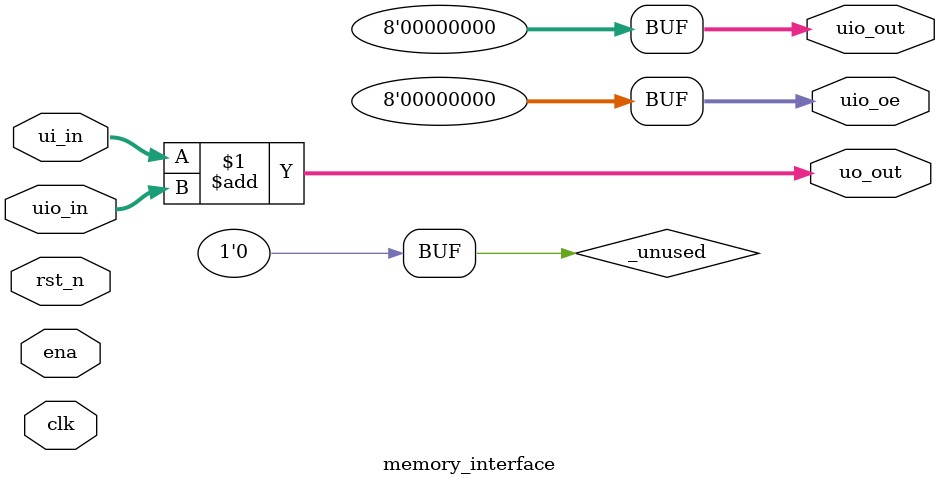
<source format=v>
/*
 * Copyright (c) 2024 UWASIC
 * SPDX-License-Identifier: Apache-2.0
 */

`default_nettype none

module memory_interface (
    input  wire [7:0] ui_in,    // Dedicated inputs
    output wire [7:0] uo_out,   // Dedicated outputs
    input  wire [7:0] uio_in,   // IOs: Input path
    output wire [7:0] uio_out,   // IOs: Output path
    output wire [7:0] uio_oe,   // IOs: Enable path (active high: 0=input, 1=output)
    input  wire       ena,      // always 1 when the design is powered, so you can ignore it
    input  wire       clk,      // clock
    input  wire       rst_n     // reset_n - low to reset
);

  // All output pins must be assigned. If not used, assign to 0.
  assign uo_out  = ui_in + uio_in;  // Example: ou_out is the sum of ui_in and uio_in
  assign uio_out = 0;
  assign uio_oe  = 0;

  // List all unused inputs to prevent warnings
  wire _unused = &{ena, clk, rst_n, 1'b0};

endmodule

</source>
